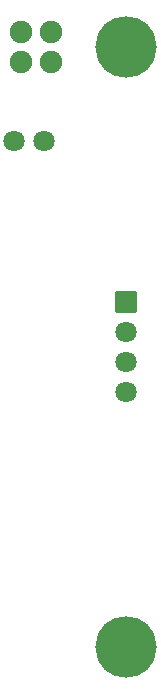
<source format=gts>
G04 Layer: TopSolderMaskLayer*
G04 EasyEDA v6.5.32, 2023-07-25 14:04:49*
G04 6491edecb3f74ba59fc972a52df51078,5a6b42c53f6a479593ecc07194224c93,10*
G04 Gerber Generator version 0.2*
G04 Scale: 100 percent, Rotated: No, Reflected: No *
G04 Dimensions in millimeters *
G04 leading zeros omitted , absolute positions ,4 integer and 5 decimal *
%FSLAX45Y45*%
%MOMM*%

%AMMACRO1*1,1,$1,$2,$3*1,1,$1,$4,$5*1,1,$1,0-$2,0-$3*1,1,$1,0-$4,0-$5*20,1,$1,$2,$3,$4,$5,0*20,1,$1,$4,$5,0-$2,0-$3,0*20,1,$1,0-$2,0-$3,0-$4,0-$5,0*20,1,$1,0-$4,0-$5,$2,$3,0*4,1,4,$2,$3,$4,$5,0-$2,0-$3,0-$4,0-$5,$2,$3,0*%
%ADD10MACRO1,0.1016X0.85X0.85X0.85X-0.85*%
%ADD11C,1.8016*%
%ADD12C,5.2032*%
%ADD13C,1.9016*%

%LPD*%
D10*
G01*
X5461000Y3302000D03*
D11*
G01*
X5461000Y3047974D03*
G01*
X5461000Y2793974D03*
G01*
X5461000Y2539974D03*
D12*
G01*
X5461000Y5461000D03*
G01*
X5461000Y381000D03*
D13*
G01*
X4572000Y5588000D03*
G01*
X4572000Y5334000D03*
G01*
X4826000Y5334000D03*
G01*
X4826000Y5588000D03*
D11*
G01*
X4514850Y4662170D03*
G01*
X4768850Y4662170D03*
M02*

</source>
